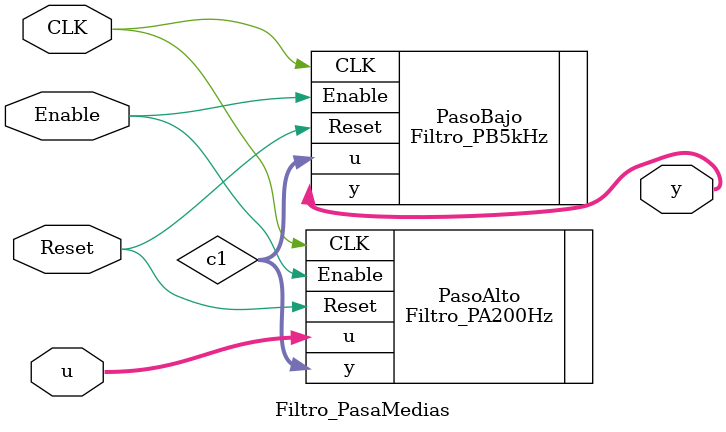
<source format=v>
`timescale 1ns / 1ps
module Filtro_PasaMedias #(parameter W = 25)(
    input Reset, CLK, Enable,
    input wire signed [W-1:0] u,
    output wire signed [W-1:0] y
    );
	
	wire [W-1:0] c1;

	Filtro_PA200Hz PasoAlto (
    .Reset(Reset), 
    .CLK(CLK), 
    .Enable(Enable), 
    .u(u), 
    .y(c1)
    );
	 
	Filtro_PB5kHz PasoBajo (
    .Reset(Reset), 
    .CLK(CLK), 
    .Enable(Enable), 
    .u(c1), 
    .y(y)
    );

endmodule

</source>
